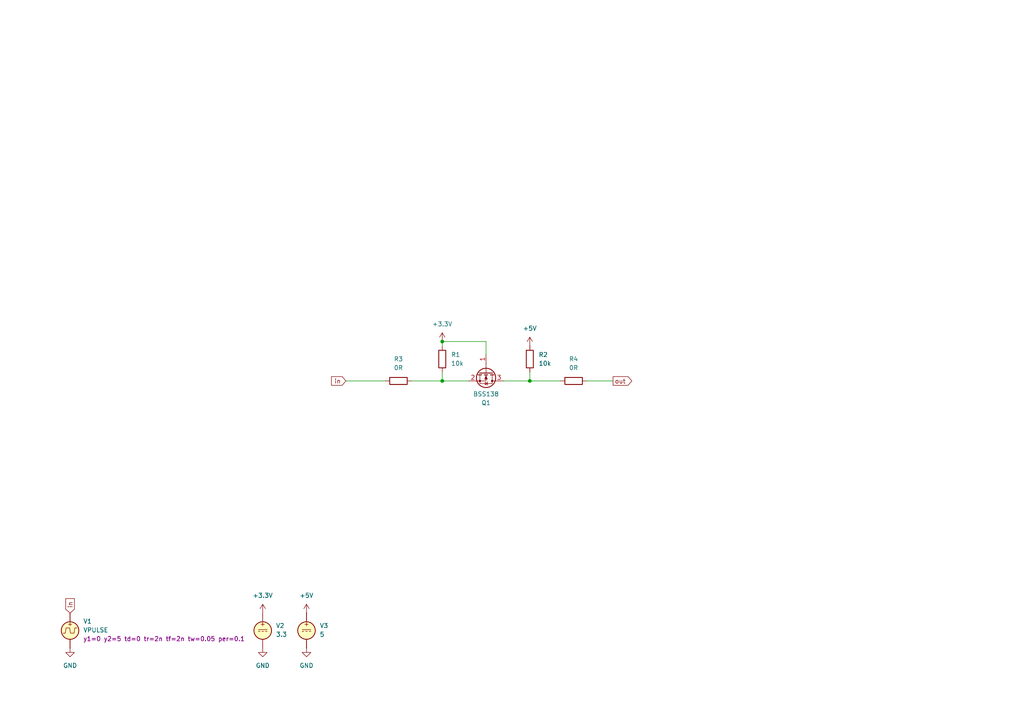
<source format=kicad_sch>
(kicad_sch (version 20231120) (generator "eeschema") (generator_version "8.0")
  (paper "A4")
  (lib_symbols
    (symbol "Device:R" (pin_numbers hide) (pin_names (offset 0))
      (property "Reference" "R" (at 2.032 0 90))
      (property "Value" "R" (at 0 0 90))
      (symbol "R_0_1"
        (rectangle (start -1.016 -2.54) (end 1.016 2.54) (stroke (width 0.254)))
      )
      (symbol "R_1_1"
        (pin passive line (at 0 3.81 270) (length 1.27) (name "~") (number "1"))
        (pin passive line (at 0 -3.81 90) (length 1.27) (name "~") (number "2"))
      )
    )
    (symbol "Simulation_SPICE:VDC" (pin_numbers hide) (pin_names (offset 0.0254))
      (property "Reference" "V" (at 2.54 2.54 0))
      (property "Value" "1" (at 2.54 0 0))
      (symbol "VDC_0_0"
        (polyline (pts (xy -1.27 0.254) (xy 1.27 0.254)))
        (polyline (pts (xy -0.762 -0.254) (xy -1.27 -0.254)))
        (polyline (pts (xy 0.254 -0.254) (xy -0.254 -0.254)))
        (polyline (pts (xy 1.27 -0.254) (xy 0.762 -0.254)))
        (text "+" (at 0 1.905 0) (effects (font (size 1.27 1.27))))
      )
      (symbol "VDC_0_1"
        (circle (center 0 0) (radius 2.54) (stroke (width 0.254)) (fill (type background)))
      )
      (symbol "VDC_1_1"
        (pin passive line (at 0 5.08 270) (length 2.54) (name "~") (number "1"))
        (pin passive line (at 0 -5.08 90) (length 2.54) (name "~") (number "2"))
      )
    )
    (symbol "Simulation_SPICE:VPULSE" (pin_numbers hide) (pin_names (offset 0.0254))
      (property "Reference" "V" (at 2.54 2.54 0))
      (property "Value" "VPULSE" (at 2.54 0 0))
      (property "Sim.Params" "y1=0 y2=1 td=2n tr=2n tf=2n tw=50n per=100n" (at 2.54 -2.54 0))
      (symbol "VPULSE_0_0"
        (polyline (pts (xy -2.032 -0.762) (xy -1.397 -0.762) (xy -1.143 0.762) (xy -0.127 0.762) (xy 0.127 -0.762) (xy 1.143 -0.762) (xy 1.397 0.762) (xy 2.032 0.762)))
        (text "+" (at 0 1.905 0) (effects (font (size 1.27 1.27))))
      )
      (symbol "VPULSE_0_1"
        (circle (center 0 0) (radius 2.54) (stroke (width 0.254)) (fill (type background)))
      )
      (symbol "VPULSE_1_1"
        (pin passive line (at 0 5.08 270) (length 2.54) (name "~") (number "1"))
        (pin passive line (at 0 -5.08 90) (length 2.54) (name "~") (number "2"))
      )
    )
    (symbol "Transistor_FET:BSS138" (pin_names hide)
      (property "Reference" "Q" (at 5.08 1.905 0))
      (property "Value" "BSS138" (at 5.08 0 0))
      (symbol "BSS138_0_1"
        (polyline (pts (xy 0.254 0) (xy -2.54 0)))
        (polyline (pts (xy 0.254 1.905) (xy 0.254 -1.905)) (stroke (width 0.254)))
        (polyline (pts (xy 0.762 -1.27) (xy 0.762 -2.286)) (stroke (width 0.254)))
        (polyline (pts (xy 0.762 0.508) (xy 0.762 -0.508)) (stroke (width 0.254)))
        (polyline (pts (xy 0.762 2.286) (xy 0.762 1.27)) (stroke (width 0.254)))
        (polyline (pts (xy 2.54 2.54) (xy 2.54 1.778)))
        (polyline (pts (xy 2.54 -2.54) (xy 2.54 0) (xy 0.762 0)))
        (polyline (pts (xy 0.762 -1.778) (xy 3.302 -1.778) (xy 3.302 1.778) (xy 0.762 1.778)))
        (polyline (pts (xy 1.016 0) (xy 2.032 0.381) (xy 2.032 -0.381) (xy 1.016 0)) (fill (type outline)))
        (polyline (pts (xy 2.794 0.508) (xy 2.921 0.381) (xy 3.683 0.381) (xy 3.81 0.254)))
        (polyline (pts (xy 3.302 0.381) (xy 2.921 -0.254) (xy 3.683 -0.254) (xy 3.302 0.381)))
        (circle (center 1.651 0) (radius 2.794) (stroke (width 0.254)))
        (circle (center 2.54 -1.778) (radius 0.254) (fill (type outline)))
        (circle (center 2.54 1.778) (radius 0.254) (fill (type outline)))
      )
      (symbol "BSS138_1_1"
        (pin input line (at -5.08 0 0) (length 2.54) (name "G") (number "1"))
        (pin passive line (at 2.54 -5.08 90) (length 2.54) (name "S") (number "2"))
        (pin passive line (at 2.54 5.08 270) (length 2.54) (name "D") (number "3"))
      )
    )
    (symbol "power:+3.3V" (power) (pin_numbers hide) (pin_names (offset 0) hide)
      (property "Value" "+3.3V" (at 0 3.556 0))
      (symbol "+3.3V_0_1"
        (polyline (pts (xy -0.762 1.27) (xy 0 2.54)))
        (polyline (pts (xy 0 0) (xy 0 2.54)))
        (polyline (pts (xy 0 2.54) (xy 0.762 1.27)))
      )
      (symbol "+3.3V_1_1"
        (pin power_in line (at 0 0 90) (length 0) (name "~") (number "1"))
      )
    )
    (symbol "power:+5V" (power) (pin_numbers hide) (pin_names (offset 0) hide)
      (property "Value" "+5V" (at 0 3.556 0))
      (symbol "+5V_0_1"
        (polyline (pts (xy -0.762 1.27) (xy 0 2.54)))
        (polyline (pts (xy 0 0) (xy 0 2.54)))
        (polyline (pts (xy 0 2.54) (xy 0.762 1.27)))
      )
      (symbol "+5V_1_1"
        (pin power_in line (at 0 0 90) (length 0) (name "~") (number "1"))
      )
    )
    (symbol "power:GND" (power) (pin_numbers hide) (pin_names (offset 0) hide)
      (property "Value" "GND" (at 0 -3.81 0))
      (symbol "GND_0_1"
        (polyline (pts (xy 0 0) (xy 0 -1.27) (xy 1.27 -1.27) (xy 0 -2.54) (xy -1.27 -1.27) (xy 0 -1.27)))
      )
      (symbol "GND_1_1"
        (pin power_in line (at 0 0 270) (length 0) (name "~") (number "1"))
      )
    )
  )
  (junction (at 128.27 110.49))
  (junction (at 128.27 99.06))
  (junction (at 153.67 110.49))
  (wire (pts (xy 128.27 99.06) (xy 128.27 100.33)))
  (wire (pts (xy 100.33 110.49) (xy 111.76 110.49)))
  (wire (pts (xy 140.97 99.06) (xy 128.27 99.06)))
  (wire (pts (xy 153.67 110.49) (xy 162.56 110.49)))
  (wire (pts (xy 153.67 107.95) (xy 153.67 110.49)))
  (wire (pts (xy 128.27 107.95) (xy 128.27 110.49)))
  (wire (pts (xy 140.97 102.87) (xy 140.97 99.06)))
  (wire (pts (xy 146.05 110.49) (xy 153.67 110.49)))
  (wire (pts (xy 119.38 110.49) (xy 128.27 110.49)))
  (wire (pts (xy 170.18 110.49) (xy 177.8 110.49)))
  (wire (pts (xy 128.27 110.49) (xy 135.89 110.49)))
  (global_label "out" (shape output) (at 177.8 110.49 0) (property "Intersheetrefs" "${INTERSHEET_REFS}" (effects (hide yes))))
  (global_label "in" (shape input) (at 100.33 110.49 180) (property "Intersheetrefs" "${INTERSHEET_REFS}" (effects (hide yes))))
  (global_label "in" (shape input) (at 20.32 177.8 90) (property "Intersheetrefs" "${INTERSHEET_REFS}" (effects (hide yes))))
  (symbol (lib_id "Device:R") (at 128.27 104.14 0) (unit 1)
    (property "Reference" "R1" (at 130.81 102.8699 0) (effects (justify left)))
    (property "Value" "10k" (at 130.81 105.4099 0) (effects (justify left)))
    (property "Description" "Resistor" (effects (hide yes)))
  )
  (symbol (lib_id "Transistor_FET:BSS138") (at 140.97 107.95 270) (unit 1)
    (property "Reference" "Q1" (at 140.97 116.84 90))
    (property "Value" "BSS138" (at 140.97 114.3 90))
    (property "Footprint" "Package_TO_SOT_SMD:SOT-23" (effects (hide yes)))
    (property "Datasheet" "https://www.onsemi.com/pub/Collateral/BSS138-D.PDF" (effects (hide yes)))
    (property "Description" "50V Vds, 0.22A Id, N-Channel MOSFET, SOT-23" (effects (hide yes)))
    (property "Sim.Library" "bs1338p.lib" (effects (hide yes)))
    (property "Sim.Name" "BSS138P" (effects (hide yes)))
    (property "Sim.Device" "SUBCKT" (effects (hide yes)))
    (property "Sim.Pins" "1=GATE 2=SOURCE 3=DRAIN" (effects (hide yes)))
  )
  (symbol (lib_id "power:+5V") (at 88.9 177.8 0) (unit 1)
    (property "Reference" "#PWR07" (effects (hide yes)))
    (property "Value" "+5V" (at 88.9 172.72 0))
    (property "Description" "Power symbol creates a global label with name \"+5V\"" (effects (hide yes)))
  )
  (symbol (lib_id "Simulation_SPICE:VPULSE") (at 20.32 182.88 0) (unit 1)
    (property "Reference" "V1" (at 24.13 180.2101 0) (effects (justify left)))
    (property "Value" "VPULSE" (at 24.13 182.7501 0) (effects (justify left)))
    (property "Datasheet" "https://ngspice.sourceforge.io/docs/ngspice-html-manual/manual.xhtml#sec_Independent_Sources_for" (effects (hide yes)))
    (property "Description" "Voltage source, pulse" (effects (hide yes)))
    (property "Sim.Pins" "1=+ 2=-" (effects (hide yes)))
    (property "Sim.Type" "PULSE" (effects (hide yes)))
    (property "Sim.Device" "V" (effects (hide yes)))
    (property "Sim.Params" "y1=0 y2=5 td=0 tr=2n tf=2n tw=0.05 per=0.1" (at 24.13 185.2901 0) (effects (justify left)))
  )
  (symbol (lib_id "power:+3.3V") (at 128.27 99.06 0) (unit 1)
    (property "Reference" "#PWR01" (effects (hide yes)))
    (property "Value" "+3.3V" (at 128.27 93.98 0))
    (property "Description" "Power symbol creates a global label with name \"+3.3V\"" (effects (hide yes)))
  )
  (symbol (lib_id "Device:R") (at 166.37 110.49 270) (unit 1)
    (property "Reference" "R4" (at 166.37 104.14 90))
    (property "Value" "0R" (at 166.37 106.68 90))
    (property "Description" "Resistor" (effects (hide yes)))
  )
  (symbol (lib_id "power:+5V") (at 153.67 100.33 0) (unit 1)
    (property "Reference" "#PWR03" (effects (hide yes)))
    (property "Value" "+5V" (at 153.67 95.25 0))
    (property "Description" "Power symbol creates a global label with name \"+5V\"" (effects (hide yes)))
  )
  (symbol (lib_id "Device:R") (at 115.57 110.49 90) (unit 1)
    (property "Reference" "R3" (at 115.57 104.14 90))
    (property "Value" "0R" (at 115.57 106.68 90))
    (property "Description" "Resistor" (effects (hide yes)))
  )
  (symbol (lib_id "Simulation_SPICE:VDC") (at 76.2 182.88 0) (unit 1)
    (property "Reference" "V2" (at 80.01 181.4801 0) (effects (justify left)))
    (property "Value" "3.3" (at 80.01 184.0201 0) (effects (justify left)))
    (property "Datasheet" "https://ngspice.sourceforge.io/docs/ngspice-html-manual/manual.xhtml#sec_Independent_Sources_for" (effects (hide yes)))
    (property "Description" "Voltage source, DC" (effects (hide yes)))
    (property "Sim.Pins" "1=+ 2=-" (effects (hide yes)))
    (property "Sim.Type" "DC" (effects (hide yes)))
    (property "Sim.Device" "V" (effects (hide yes)))
  )
  (symbol (lib_id "power:GND") (at 88.9 187.96 0) (unit 1)
    (property "Reference" "#PWR05" (effects (hide yes)))
    (property "Value" "GND" (at 88.9 193.04 0))
    (property "Description" "Power symbol creates a global label with name \"GND\" , ground" (effects (hide yes)))
  )
  (symbol (lib_id "power:GND") (at 76.2 187.96 0) (unit 1)
    (property "Reference" "#PWR04" (effects (hide yes)))
    (property "Value" "GND" (at 76.2 193.04 0))
    (property "Description" "Power symbol creates a global label with name \"GND\" , ground" (effects (hide yes)))
  )
  (symbol (lib_id "Device:R") (at 153.67 104.14 0) (unit 1)
    (property "Reference" "R2" (at 156.21 102.8699 0) (effects (justify left)))
    (property "Value" "10k" (at 156.21 105.4099 0) (effects (justify left)))
    (property "Description" "Resistor" (effects (hide yes)))
  )
  (symbol (lib_id "power:+3.3V") (at 76.2 177.8 0) (unit 1)
    (property "Reference" "#PWR06" (effects (hide yes)))
    (property "Value" "+3.3V" (at 76.2 172.72 0))
    (property "Description" "Power symbol creates a global label with name \"+3.3V\"" (effects (hide yes)))
  )
  (symbol (lib_id "Simulation_SPICE:VDC") (at 88.9 182.88 0) (unit 1)
    (property "Reference" "V3" (at 92.71 181.4801 0) (effects (justify left)))
    (property "Value" "5" (at 92.71 184.0201 0) (effects (justify left)))
    (property "Datasheet" "https://ngspice.sourceforge.io/docs/ngspice-html-manual/manual.xhtml#sec_Independent_Sources_for" (effects (hide yes)))
    (property "Description" "Voltage source, DC" (effects (hide yes)))
    (property "Sim.Pins" "1=+ 2=-" (effects (hide yes)))
    (property "Sim.Type" "DC" (effects (hide yes)))
    (property "Sim.Device" "V" (effects (hide yes)))
  )
  (symbol (lib_id "power:GND") (at 20.32 187.96 0) (unit 1)
    (property "Reference" "#PWR02" (effects (hide yes)))
    (property "Value" "GND" (at 20.32 193.04 0))
    (property "Description" "Power symbol creates a global label with name \"GND\" , ground" (effects (hide yes)))
  )
)
</source>
